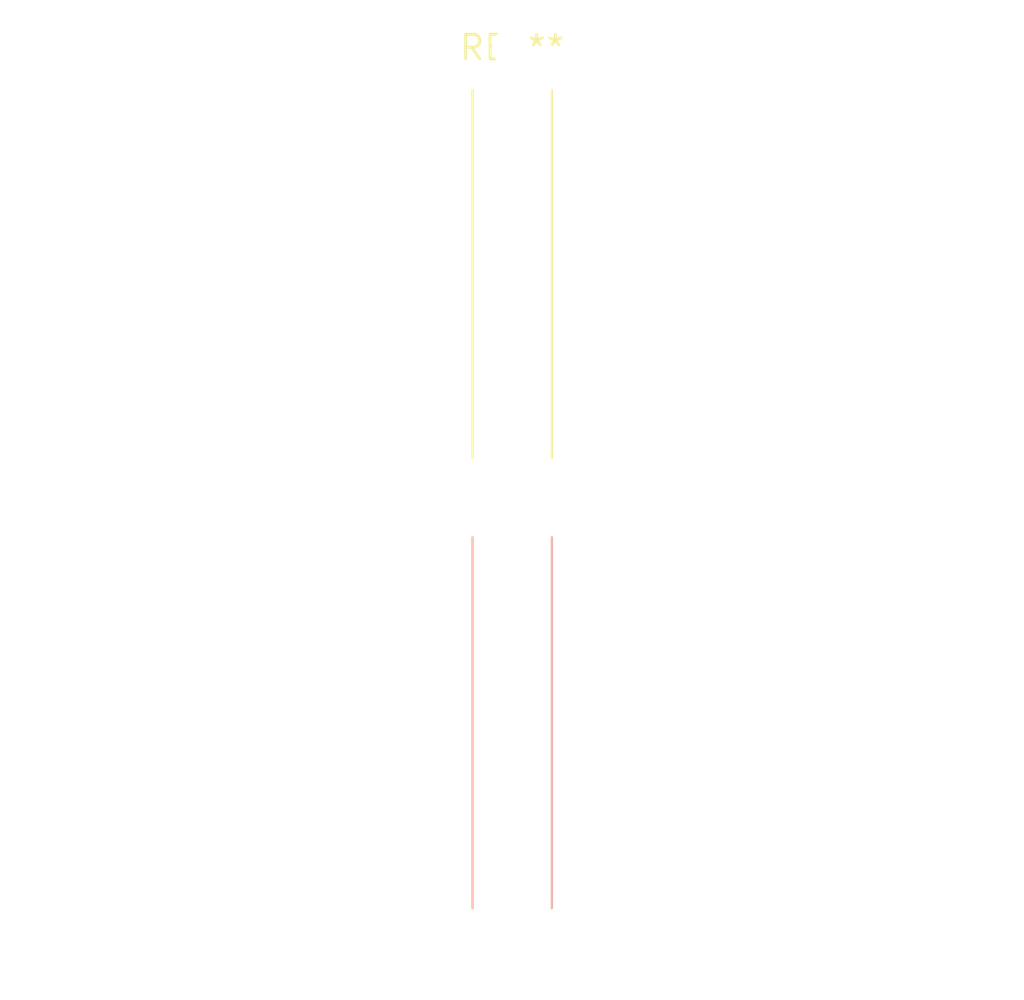
<source format=kicad_pcb>
(kicad_pcb (version 20240108) (generator pcbnew)
  (layers (0 "F.Cu" signal) (31 "B.Cu" signal) (34 "B.Paste" user) (35 "F.Paste" user) (36 "B.SilkS" user "B.Silkscreen") (37 "F.SilkS" user "F.Silkscreen") (38 "B.Mask" user) (39 "F.Mask" user) (44 "Edge.Cuts" user))
  (net 0 "")
  (footprint "SolderWire-1.5sqmm_1x01_D1.7mm_OD3.9mm_Relief2x" (layer "F.Cu") (at 0 0)
    (property "Reference" "REF**")
    (property "Value" "SolderWire-1.5sqmm_1x01_D1.7mm_OD3.9mm_Relief2x")
    (fp_line (start -2.06 25.46) (end -2.06 44.74) (layer "B.SilkS") (stroke (width 0.12)))
    (fp_line (start 2.06 25.46) (end 2.06 44.74) (layer "B.SilkS") (stroke (width 0.12)))
    (fp_line (start -2.06 2.21) (end -2.06 21.34) (layer "F.SilkS") (stroke (width 0.12)))
    (fp_line (start 2.06 2.21) (end 2.06 21.34) (layer "F.SilkS") (stroke (width 0.12)))
    (pad "" np_thru_hole circle (at 0 23.4) (size 4.4 4.4) (drill 4.4) (layers *.Cu *.Mask))
    (pad "" np_thru_hole circle (at 0 46.8) (size 4.4 4.4) (drill 4.4) (layers *.Cu *.Mask))
    (pad "1" thru_hole roundrect (at 0 0) (size 3.9 3.9) (drill 2.1) (layers *.Cu *.Mask) (remove_unused_layers) (roundrect_rratio 0.064103))
  )
)
</source>
